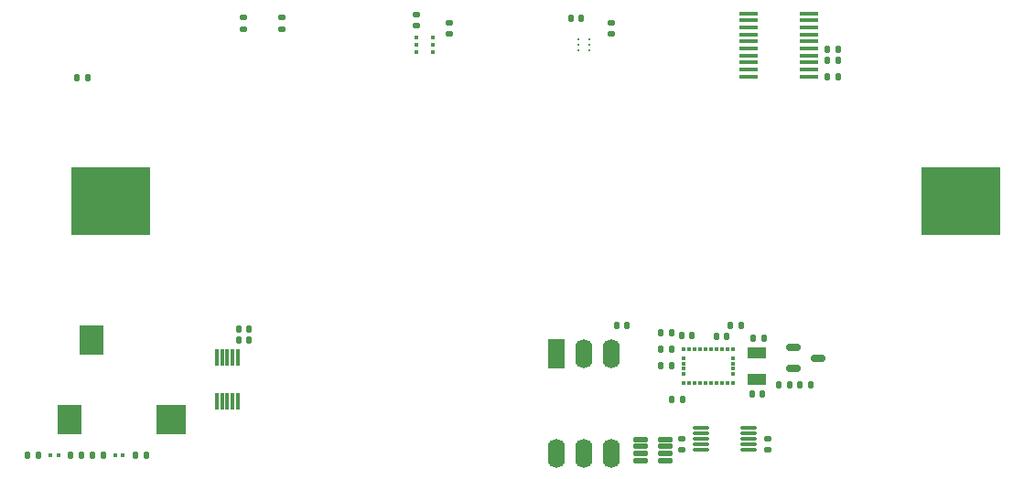
<source format=gbr>
%TF.GenerationSoftware,KiCad,Pcbnew,8.0.3*%
%TF.CreationDate,2024-07-03T21:33:09+01:00*%
%TF.ProjectId,Peanut,5065616e-7574-42e6-9b69-6361645f7063,rev?*%
%TF.SameCoordinates,Original*%
%TF.FileFunction,Paste,Top*%
%TF.FilePolarity,Positive*%
%FSLAX46Y46*%
G04 Gerber Fmt 4.6, Leading zero omitted, Abs format (unit mm)*
G04 Created by KiCad (PCBNEW 8.0.3) date 2024-07-03 21:33:09*
%MOMM*%
%LPD*%
G01*
G04 APERTURE LIST*
G04 Aperture macros list*
%AMRoundRect*
0 Rectangle with rounded corners*
0 $1 Rounding radius*
0 $2 $3 $4 $5 $6 $7 $8 $9 X,Y pos of 4 corners*
0 Add a 4 corners polygon primitive as box body*
4,1,4,$2,$3,$4,$5,$6,$7,$8,$9,$2,$3,0*
0 Add four circle primitives for the rounded corners*
1,1,$1+$1,$2,$3*
1,1,$1+$1,$4,$5*
1,1,$1+$1,$6,$7*
1,1,$1+$1,$8,$9*
0 Add four rect primitives between the rounded corners*
20,1,$1+$1,$2,$3,$4,$5,0*
20,1,$1+$1,$4,$5,$6,$7,0*
20,1,$1+$1,$6,$7,$8,$9,0*
20,1,$1+$1,$8,$9,$2,$3,0*%
G04 Aperture macros list end*
%ADD10R,7.340000X6.350000*%
%ADD11RoundRect,0.140000X0.140000X0.170000X-0.140000X0.170000X-0.140000X-0.170000X0.140000X-0.170000X0*%
%ADD12R,1.800000X1.000000*%
%ADD13RoundRect,0.150000X-0.512500X-0.150000X0.512500X-0.150000X0.512500X0.150000X-0.512500X0.150000X0*%
%ADD14RoundRect,0.135000X-0.135000X-0.185000X0.135000X-0.185000X0.135000X0.185000X-0.135000X0.185000X0*%
%ADD15R,0.406400X0.304800*%
%ADD16RoundRect,0.140000X-0.140000X-0.170000X0.140000X-0.170000X0.140000X0.170000X-0.140000X0.170000X0*%
%ADD17R,1.676400X0.355600*%
%ADD18R,0.431800X0.304800*%
%ADD19R,0.304800X0.431800*%
%ADD20C,0.260000*%
%ADD21RoundRect,0.125000X-0.537500X-0.125000X0.537500X-0.125000X0.537500X0.125000X-0.537500X0.125000X0*%
%ADD22R,2.800000X2.800000*%
%ADD23R,2.200000X2.800000*%
%ADD24RoundRect,0.135000X0.185000X-0.135000X0.185000X0.135000X-0.185000X0.135000X-0.185000X-0.135000X0*%
%ADD25RoundRect,0.079500X0.079500X0.100500X-0.079500X0.100500X-0.079500X-0.100500X0.079500X-0.100500X0*%
%ADD26R,0.330200X1.524000*%
%ADD27RoundRect,0.135000X0.135000X0.185000X-0.135000X0.185000X-0.135000X-0.185000X0.135000X-0.185000X0*%
%ADD28RoundRect,0.140000X0.170000X-0.140000X0.170000X0.140000X-0.170000X0.140000X-0.170000X-0.140000X0*%
%ADD29RoundRect,0.135000X-0.185000X0.135000X-0.185000X-0.135000X0.185000X-0.135000X0.185000X0.135000X0*%
%ADD30RoundRect,0.075000X-0.650000X-0.075000X0.650000X-0.075000X0.650000X0.075000X-0.650000X0.075000X0*%
%ADD31R,1.600000X2.700000*%
%ADD32O,1.600000X2.700000*%
%ADD33RoundRect,0.140000X-0.170000X0.140000X-0.170000X-0.140000X0.170000X-0.140000X0.170000X0.140000X0*%
G04 APERTURE END LIST*
D10*
%TO.C,BT1*%
X103170000Y-63500000D03*
X181830000Y-63500000D03*
%TD*%
D11*
%TO.C,C5*%
X154120000Y-78700000D03*
X155080000Y-78700000D03*
%TD*%
D12*
%TO.C,Y1*%
X163000000Y-80000000D03*
X163000000Y-77500000D03*
%TD*%
D13*
%TO.C,Q1*%
X168637500Y-78000000D03*
X166362500Y-78950000D03*
X166362500Y-77050000D03*
%TD*%
D14*
%TO.C,R14*%
X166010000Y-80500000D03*
X164990000Y-80500000D03*
%TD*%
D15*
%TO.C,U4*%
X133049400Y-48350001D03*
X133049400Y-49000000D03*
X133049400Y-49649999D03*
X131500000Y-49649999D03*
X131500000Y-49000000D03*
X131500000Y-48350001D03*
%TD*%
D16*
%TO.C,C2*%
X156980000Y-75950000D03*
X156020000Y-75950000D03*
%TD*%
D14*
%TO.C,R1*%
X161510000Y-75000000D03*
X160490000Y-75000000D03*
%TD*%
D11*
%TO.C,C4*%
X154120000Y-77200000D03*
X155080000Y-77200000D03*
%TD*%
D16*
%TO.C,C10*%
X169520000Y-51950000D03*
X170480000Y-51950000D03*
%TD*%
D11*
%TO.C,C11*%
X145795000Y-46500000D03*
X146755000Y-46500000D03*
%TD*%
D17*
%TO.C,U2*%
X162180600Y-51924998D03*
X162180600Y-51274999D03*
X162180600Y-50624998D03*
X162180600Y-49974999D03*
X162180600Y-49324998D03*
X162180600Y-48674999D03*
X162180600Y-48024998D03*
X162180600Y-47374999D03*
X162180600Y-46724998D03*
X162180600Y-46075000D03*
X167819400Y-46075002D03*
X167819400Y-46725001D03*
X167819400Y-47375002D03*
X167819400Y-48025001D03*
X167819400Y-48675002D03*
X167819400Y-49325001D03*
X167819400Y-49974999D03*
X167819400Y-50625001D03*
X167819400Y-51274999D03*
X167819400Y-51925000D03*
%TD*%
D11*
%TO.C,C3*%
X154120000Y-75700000D03*
X155080000Y-75700000D03*
%TD*%
D18*
%TO.C,U1*%
X160786000Y-77999999D03*
X160786000Y-78500000D03*
X160786000Y-79000000D03*
X160786000Y-79500001D03*
D19*
X160750001Y-80337500D03*
X160249999Y-80337500D03*
X159750000Y-80337500D03*
X159250001Y-80337500D03*
X158750000Y-80337500D03*
X158250000Y-80337500D03*
X157749999Y-80337500D03*
X157250000Y-80337500D03*
X156750001Y-80337500D03*
X156249999Y-80337500D03*
D18*
X156214000Y-79500001D03*
X156214000Y-79000000D03*
X156214000Y-78500000D03*
X156214000Y-77999999D03*
D19*
X156249999Y-77162500D03*
X156750001Y-77162500D03*
X157250000Y-77162500D03*
X157749999Y-77162500D03*
X158250000Y-77162500D03*
X158750000Y-77162500D03*
X159250001Y-77162500D03*
X159750000Y-77162500D03*
X160249999Y-77162500D03*
X160750001Y-77162500D03*
%TD*%
D16*
%TO.C,C1*%
X160180000Y-76000000D03*
X159220000Y-76000000D03*
%TD*%
D20*
%TO.C,U3*%
X147500000Y-49500000D03*
X146500000Y-49500000D03*
X147500000Y-49000000D03*
X146500000Y-49000000D03*
X147500000Y-48500000D03*
X146500000Y-48500000D03*
%TD*%
D11*
%TO.C,C6*%
X162670000Y-76200000D03*
X163630000Y-76200000D03*
%TD*%
D14*
%TO.C,R11*%
X96510000Y-87000000D03*
X95490000Y-87000000D03*
%TD*%
D16*
%TO.C,C13*%
X150980000Y-75000000D03*
X150020000Y-75000000D03*
%TD*%
D11*
%TO.C,C14*%
X115040000Y-76300000D03*
X116000000Y-76300000D03*
%TD*%
D21*
%TO.C,U8*%
X152262500Y-85525000D03*
X152262500Y-86175000D03*
X152262500Y-86825000D03*
X152262500Y-87475000D03*
X154537500Y-87475000D03*
X154537500Y-86825000D03*
X154537500Y-86175000D03*
X154537500Y-85525000D03*
%TD*%
D22*
%TO.C,J3*%
X108800000Y-83700000D03*
D23*
X99400000Y-83700000D03*
X101400000Y-76300000D03*
%TD*%
D11*
%TO.C,C15*%
X115040000Y-75300000D03*
X116000000Y-75300000D03*
%TD*%
D24*
%TO.C,R6*%
X149500000Y-46990000D03*
X149500000Y-48010000D03*
%TD*%
D25*
%TO.C,D1*%
X97655000Y-87000000D03*
X98345000Y-87000000D03*
%TD*%
D26*
%TO.C,U5*%
X115000001Y-82044700D03*
X114499999Y-82044700D03*
X114000000Y-82044700D03*
X113500001Y-82044700D03*
X112999999Y-82044700D03*
X112999999Y-77955300D03*
X113500001Y-77955300D03*
X114000000Y-77955300D03*
X114499999Y-77955300D03*
X115000001Y-77955300D03*
%TD*%
D27*
%TO.C,R7*%
X101110000Y-52000000D03*
X100090000Y-52000000D03*
%TD*%
D28*
%TO.C,C12*%
X131500000Y-46220000D03*
X131500000Y-47180000D03*
%TD*%
D29*
%TO.C,R5*%
X134500000Y-48010000D03*
X134500000Y-46990000D03*
%TD*%
D14*
%TO.C,R15*%
X168010000Y-80500000D03*
X166990000Y-80500000D03*
%TD*%
D27*
%TO.C,R10*%
X99490000Y-87000000D03*
X100510000Y-87000000D03*
%TD*%
D29*
%TO.C,R3*%
X115500000Y-47510000D03*
X115500000Y-46490000D03*
%TD*%
D16*
%TO.C,C8*%
X169520000Y-49450000D03*
X170480000Y-49450000D03*
%TD*%
D29*
%TO.C,R4*%
X119000000Y-47510000D03*
X119000000Y-46490000D03*
%TD*%
D16*
%TO.C,C9*%
X169520000Y-50450000D03*
X170480000Y-50450000D03*
%TD*%
D30*
%TO.C,U7*%
X162200000Y-84500000D03*
X162200000Y-85000000D03*
X162200000Y-85500000D03*
X162200000Y-86000000D03*
X162200000Y-86500000D03*
X157800000Y-86500000D03*
X157800000Y-86000000D03*
X157800000Y-85500000D03*
X157800000Y-85000000D03*
X157800000Y-84500000D03*
%TD*%
D27*
%TO.C,R9*%
X105490000Y-87000000D03*
X106510000Y-87000000D03*
%TD*%
D11*
%TO.C,C7*%
X162570000Y-81300000D03*
X163530000Y-81300000D03*
%TD*%
D14*
%TO.C,R2*%
X156110000Y-81800000D03*
X155090000Y-81800000D03*
%TD*%
D25*
%TO.C,D2*%
X103655000Y-87000000D03*
X104345000Y-87000000D03*
%TD*%
D14*
%TO.C,R12*%
X102510000Y-87000000D03*
X101490000Y-87000000D03*
%TD*%
D31*
%TO.C,U6*%
X144460000Y-77600000D03*
D32*
X147000000Y-77600000D03*
X149540000Y-77600000D03*
X149540000Y-86800000D03*
X147000000Y-86800000D03*
X144460000Y-86800000D03*
%TD*%
D33*
%TO.C,C17*%
X164000000Y-85520000D03*
X164000000Y-86480000D03*
%TD*%
D28*
%TO.C,C16*%
X156000000Y-86480000D03*
X156000000Y-85520000D03*
%TD*%
M02*

</source>
